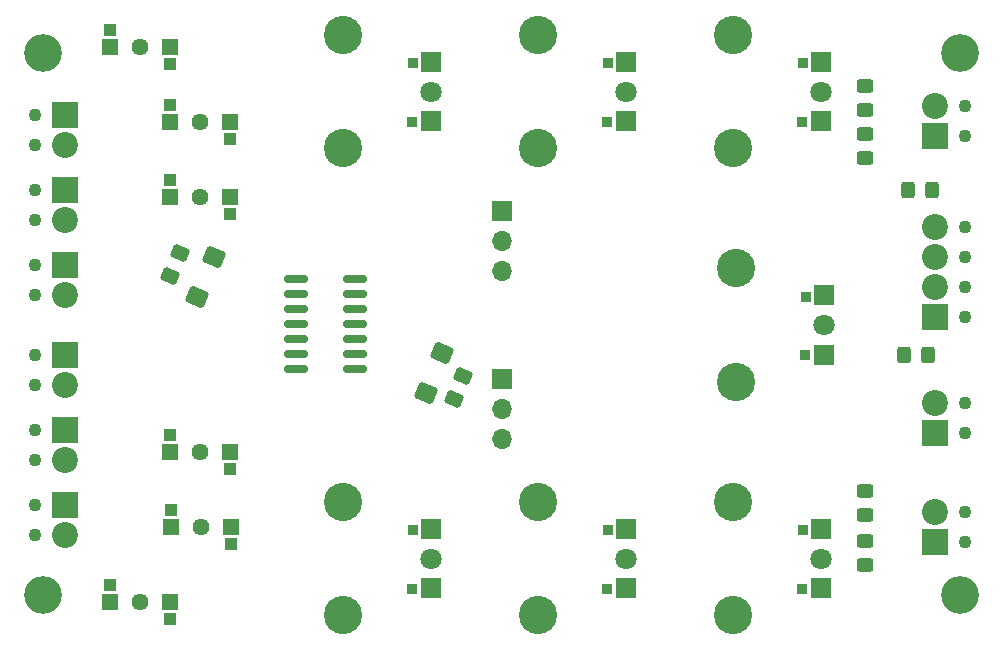
<source format=gbr>
%TF.GenerationSoftware,KiCad,Pcbnew,7.0.1*%
%TF.CreationDate,2023-09-03T00:34:55+01:00*%
%TF.ProjectId,noise-synth-card,6e6f6973-652d-4737-996e-74682d636172,rev?*%
%TF.SameCoordinates,Original*%
%TF.FileFunction,Soldermask,Top*%
%TF.FilePolarity,Negative*%
%FSLAX46Y46*%
G04 Gerber Fmt 4.6, Leading zero omitted, Abs format (unit mm)*
G04 Created by KiCad (PCBNEW 7.0.1) date 2023-09-03 00:34:55*
%MOMM*%
%LPD*%
G01*
G04 APERTURE LIST*
G04 Aperture macros list*
%AMRoundRect*
0 Rectangle with rounded corners*
0 $1 Rounding radius*
0 $2 $3 $4 $5 $6 $7 $8 $9 X,Y pos of 4 corners*
0 Add a 4 corners polygon primitive as box body*
4,1,4,$2,$3,$4,$5,$6,$7,$8,$9,$2,$3,0*
0 Add four circle primitives for the rounded corners*
1,1,$1+$1,$2,$3*
1,1,$1+$1,$4,$5*
1,1,$1+$1,$6,$7*
1,1,$1+$1,$8,$9*
0 Add four rect primitives between the rounded corners*
20,1,$1+$1,$2,$3,$4,$5,0*
20,1,$1+$1,$4,$5,$6,$7,0*
20,1,$1+$1,$6,$7,$8,$9,0*
20,1,$1+$1,$8,$9,$2,$3,0*%
G04 Aperture macros list end*
%ADD10C,1.100000*%
%ADD11R,2.200000X2.200000*%
%ADD12C,2.200000*%
%ADD13C,3.240000*%
%ADD14R,1.800000X1.800000*%
%ADD15R,0.900000X0.899998*%
%ADD16C,1.800000*%
%ADD17R,0.899998X0.899994*%
%ADD18RoundRect,0.250000X-0.450000X0.325000X-0.450000X-0.325000X0.450000X-0.325000X0.450000X0.325000X0*%
%ADD19R,1.440000X1.440000*%
%ADD20R,1.000000X1.000000*%
%ADD21C,1.440000*%
%ADD22RoundRect,0.284615X0.348079X-0.637084X0.696616X0.204357X-0.348079X0.637084X-0.696616X-0.204357X0*%
%ADD23RoundRect,0.286538X0.345125X-0.639191X0.696017X0.207936X-0.345125X0.639191X-0.696017X-0.207936X0*%
%ADD24R,1.700000X1.700000*%
%ADD25O,1.700000X1.700000*%
%ADD26RoundRect,0.250000X-0.309687X0.493584X-0.567998X-0.130035X0.309687X-0.493584X0.567998X0.130035X0*%
%ADD27RoundRect,0.250000X0.325000X0.450000X-0.325000X0.450000X-0.325000X-0.450000X0.325000X-0.450000X0*%
%ADD28RoundRect,0.250000X0.309687X-0.493584X0.567998X0.130035X-0.309687X0.493584X-0.567998X-0.130035X0*%
%ADD29RoundRect,0.284615X-0.348079X0.637084X-0.696616X-0.204357X0.348079X-0.637084X0.696616X0.204357X0*%
%ADD30RoundRect,0.286538X-0.345125X0.639191X-0.696017X-0.207936X0.345125X-0.639191X0.696017X0.207936X0*%
%ADD31RoundRect,0.150000X0.825000X0.150000X-0.825000X0.150000X-0.825000X-0.150000X0.825000X-0.150000X0*%
%ADD32C,3.200000*%
G04 APERTURE END LIST*
D10*
%TO.C,J5*%
X183515000Y-60198000D03*
X183515000Y-57658000D03*
D11*
X180975000Y-60198000D03*
D12*
X180975000Y-57658000D03*
%TD*%
D10*
%TO.C,J3*%
X104775000Y-71120000D03*
X104775000Y-73660000D03*
D11*
X107315000Y-71120000D03*
D12*
X107315000Y-73660000D03*
%TD*%
D13*
%TO.C,PT6*%
X163830000Y-61275000D03*
D14*
X171330000Y-58975000D03*
X171330000Y-53975000D03*
D13*
X163830000Y-51675000D03*
D15*
X169729800Y-59015000D03*
D16*
X171330000Y-56475000D03*
D17*
X169755200Y-54062000D03*
%TD*%
D10*
%TO.C,J1*%
X104775000Y-58420000D03*
X104775000Y-60960000D03*
D11*
X107315000Y-58420000D03*
D12*
X107315000Y-60960000D03*
%TD*%
D18*
%TO.C,D5*%
X175006000Y-55963600D03*
X175006000Y-58013600D03*
%TD*%
D13*
%TO.C,PT2*%
X147320000Y-61263600D03*
D14*
X154820000Y-58963600D03*
X154820000Y-53963600D03*
D13*
X147320000Y-51663600D03*
D15*
X153219800Y-59003600D03*
D16*
X154820000Y-56463600D03*
D17*
X153245200Y-54050600D03*
%TD*%
D10*
%TO.C,J11*%
X183515000Y-85344000D03*
X183515000Y-82804000D03*
D11*
X180975000Y-85344000D03*
D12*
X180975000Y-82804000D03*
%TD*%
D18*
%TO.C,D6*%
X175006000Y-60036600D03*
X175006000Y-62086600D03*
%TD*%
D13*
%TO.C,PT12*%
X163830000Y-100812000D03*
D14*
X171330000Y-98512000D03*
X171330000Y-93512000D03*
D13*
X163830000Y-91212000D03*
D15*
X169729800Y-98552000D03*
D16*
X171330000Y-96012000D03*
D17*
X169755200Y-93599000D03*
%TD*%
D19*
%TO.C,PT11*%
X121259600Y-86995000D03*
X116179600Y-86995000D03*
D20*
X116179600Y-85572600D03*
D21*
X118719600Y-86995000D03*
D20*
X121259600Y-88442800D03*
%TD*%
D19*
%TO.C,PT9*%
X121310400Y-93319600D03*
X116230400Y-93319600D03*
D20*
X116230400Y-91897200D03*
D21*
X118770400Y-93319600D03*
D20*
X121310400Y-94767400D03*
%TD*%
D22*
%TO.C,D2*%
X137827462Y-81963938D03*
D23*
X139237651Y-78559442D03*
%TD*%
D13*
%TO.C,PT8*%
X147320000Y-100812000D03*
D14*
X154820000Y-98512000D03*
X154820000Y-93512000D03*
D13*
X147320000Y-91212000D03*
D15*
X153219800Y-98552000D03*
D16*
X154820000Y-96012000D03*
D17*
X153245200Y-93599000D03*
%TD*%
D24*
%TO.C,J6*%
X144272000Y-80772000D03*
D25*
X144272000Y-83312000D03*
X144272000Y-85852000D03*
%TD*%
D13*
%TO.C,PT7*%
X130810000Y-100812000D03*
D14*
X138310000Y-98512000D03*
X138310000Y-93512000D03*
D13*
X130810000Y-91212000D03*
D15*
X136709800Y-98552000D03*
D16*
X138310000Y-96012000D03*
D17*
X136735200Y-93599000D03*
%TD*%
D13*
%TO.C,PT1*%
X130810000Y-61275000D03*
D14*
X138310000Y-58975000D03*
X138310000Y-53975000D03*
D13*
X130810000Y-51675000D03*
D15*
X136709800Y-59015000D03*
D16*
X138310000Y-56475000D03*
D17*
X136735200Y-54062000D03*
%TD*%
D13*
%TO.C,PT13*%
X164084000Y-81026000D03*
D14*
X171584000Y-78726000D03*
X171584000Y-73726000D03*
D13*
X164084000Y-71426000D03*
D15*
X169983800Y-78766000D03*
D16*
X171584000Y-76226000D03*
D17*
X170009200Y-73813000D03*
%TD*%
D19*
%TO.C,PT10*%
X116205000Y-99695000D03*
X111125000Y-99695000D03*
D20*
X111125000Y-98272600D03*
D21*
X113665000Y-99695000D03*
D20*
X116205000Y-101142800D03*
%TD*%
D19*
%TO.C,PT5*%
X121285000Y-65405000D03*
X116205000Y-65405000D03*
D20*
X116205000Y-63982600D03*
D21*
X118745000Y-65405000D03*
D20*
X121285000Y-66852800D03*
%TD*%
D26*
%TO.C,C2*%
X117008434Y-70161475D03*
X116214366Y-72078525D03*
%TD*%
D19*
%TO.C,PT4*%
X116205000Y-52705000D03*
X111125000Y-52705000D03*
D20*
X111125000Y-51282600D03*
D21*
X113665000Y-52705000D03*
D20*
X116205000Y-54152800D03*
%TD*%
D10*
%TO.C,J10*%
X183515000Y-94615000D03*
X183515000Y-92075000D03*
D11*
X180975000Y-94615000D03*
D12*
X180975000Y-92075000D03*
%TD*%
D10*
%TO.C,J8*%
X104775000Y-85090000D03*
X104775000Y-87630000D03*
D11*
X107315000Y-85090000D03*
D12*
X107315000Y-87630000D03*
%TD*%
D19*
%TO.C,PT3*%
X121275000Y-59055000D03*
X116195000Y-59055000D03*
D20*
X116195000Y-57632600D03*
D21*
X118735000Y-59055000D03*
D20*
X121275000Y-60502800D03*
%TD*%
D24*
%TO.C,J13*%
X144272000Y-66548000D03*
D25*
X144272000Y-69088000D03*
X144272000Y-71628000D03*
%TD*%
D10*
%TO.C,J4*%
X183515000Y-75565000D03*
X183515000Y-73025000D03*
X183515000Y-70485000D03*
X183515000Y-67945000D03*
D11*
X180975000Y-75565000D03*
D12*
X180975000Y-73025000D03*
X180975000Y-70485000D03*
X180975000Y-67945000D03*
%TD*%
D10*
%TO.C,J9*%
X104775000Y-78740000D03*
X104775000Y-81280000D03*
D11*
X107315000Y-78740000D03*
D12*
X107315000Y-81280000D03*
%TD*%
D10*
%TO.C,J7*%
X104775000Y-91440000D03*
X104775000Y-93980000D03*
D11*
X107315000Y-91440000D03*
D12*
X107315000Y-93980000D03*
%TD*%
D27*
%TO.C,D8*%
X180340000Y-78740000D03*
X178290000Y-78740000D03*
%TD*%
D18*
%TO.C,D3*%
X175006000Y-94479000D03*
X175006000Y-96529000D03*
%TD*%
D27*
%TO.C,D7*%
X180704600Y-64770000D03*
X178654600Y-64770000D03*
%TD*%
D28*
%TO.C,C5*%
X140217366Y-82492525D03*
X141011434Y-80575475D03*
%TD*%
D18*
%TO.C,D4*%
X175006000Y-90288000D03*
X175006000Y-92338000D03*
%TD*%
D29*
%TO.C,D1*%
X119880938Y-70486862D03*
D30*
X118470749Y-73891358D03*
%TD*%
D31*
%TO.C,U1*%
X131826000Y-79945000D03*
X131826000Y-78675000D03*
X131826000Y-77405000D03*
X131826000Y-76135000D03*
X131826000Y-74865000D03*
X131826000Y-73595000D03*
X131826000Y-72325000D03*
X126876000Y-72325000D03*
X126876000Y-73595000D03*
X126876000Y-74865000D03*
X126876000Y-76135000D03*
X126876000Y-77405000D03*
X126876000Y-78675000D03*
X126876000Y-79945000D03*
%TD*%
D10*
%TO.C,J2*%
X104775000Y-64770000D03*
X104775000Y-67310000D03*
D11*
X107315000Y-64770000D03*
D12*
X107315000Y-67310000D03*
%TD*%
D32*
%TO.C,M1*%
X183066027Y-99093972D03*
X183061027Y-53183972D03*
X105446027Y-53183972D03*
X105410000Y-99060000D03*
%TD*%
M02*

</source>
